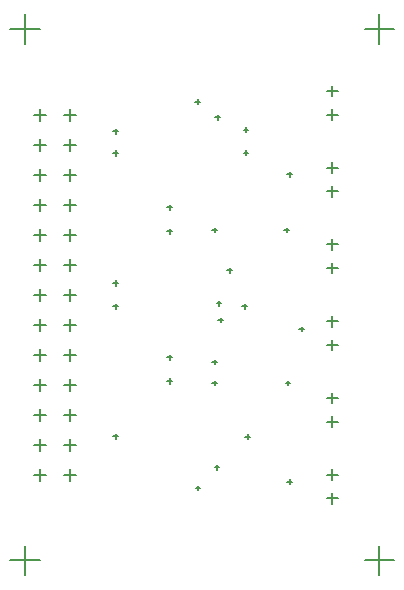
<source format=gbr>
G04*
G04 #@! TF.GenerationSoftware,Altium Limited,Altium Designer,22.4.2 (48)*
G04*
G04 Layer_Color=128*
%FSLAX44Y44*%
%MOMM*%
G71*
G04*
G04 #@! TF.SameCoordinates,3F8D2DE9-6248-4815-85C5-7CB1FE07798D*
G04*
G04*
G04 #@! TF.FilePolarity,Positive*
G04*
G01*
G75*
%ADD12C,0.1270*%
D12*
X280500Y422500D02*
X289500D01*
X285000Y418000D02*
Y427000D01*
X280500Y402500D02*
X289500D01*
X285000Y398000D02*
Y407000D01*
X57620Y123000D02*
X67780D01*
X62700Y117920D02*
Y128080D01*
X32220Y123000D02*
X42380D01*
X37300Y117920D02*
Y128080D01*
X32220Y97600D02*
X42380D01*
X37300Y92520D02*
Y102680D01*
X57620Y97600D02*
X67780D01*
X62700Y92520D02*
Y102680D01*
X57620Y148400D02*
X67780D01*
X62700Y143320D02*
Y153480D01*
X32220Y148400D02*
X42380D01*
X37300Y143320D02*
Y153480D01*
X57620Y326200D02*
X67780D01*
X62700Y321120D02*
Y331280D01*
X57620Y275400D02*
X67780D01*
X62700Y270320D02*
Y280480D01*
X57620Y250000D02*
X67780D01*
X62700Y244920D02*
Y255080D01*
X57620Y300800D02*
X67780D01*
X62700Y295720D02*
Y305880D01*
X32220Y300800D02*
X42380D01*
X37300Y295720D02*
Y305880D01*
X32220Y351600D02*
X42380D01*
X37300Y346520D02*
Y356680D01*
X32220Y250000D02*
X42380D01*
X37300Y244920D02*
Y255080D01*
X32220Y275400D02*
X42380D01*
X37300Y270320D02*
Y280480D01*
X32220Y402400D02*
X42380D01*
X37300Y397320D02*
Y407480D01*
X32220Y377000D02*
X42380D01*
X37300Y371920D02*
Y382080D01*
X32220Y326200D02*
X42380D01*
X37300Y321120D02*
Y331280D01*
X57620Y351600D02*
X67780D01*
X62700Y346520D02*
Y356680D01*
X32220Y224600D02*
X42380D01*
X37300Y219520D02*
Y229680D01*
X57620Y224600D02*
X67780D01*
X62700Y219520D02*
Y229680D01*
X57620Y173800D02*
X67780D01*
X62700Y168720D02*
Y178880D01*
X32220Y173800D02*
X42380D01*
X37300Y168720D02*
Y178880D01*
X32220Y199200D02*
X42380D01*
X37300Y194120D02*
Y204280D01*
X57620Y199200D02*
X67780D01*
X62700Y194120D02*
Y204280D01*
X57620Y402400D02*
X67780D01*
X62700Y397320D02*
Y407480D01*
X57620Y377000D02*
X67780D01*
X62700Y371920D02*
Y382080D01*
X280500Y227500D02*
X289500D01*
X285000Y223000D02*
Y232000D01*
X280500Y207500D02*
X289500D01*
X285000Y203000D02*
Y212000D01*
X280500Y357500D02*
X289500D01*
X285000Y353000D02*
Y362000D01*
X280500Y337500D02*
X289500D01*
X285000Y333000D02*
Y342000D01*
X280500Y272500D02*
X289500D01*
X285000Y268000D02*
Y277000D01*
X280500Y292500D02*
X289500D01*
X285000Y288000D02*
Y297000D01*
X280500Y97500D02*
X289500D01*
X285000Y93000D02*
Y102000D01*
X280500Y77500D02*
X289500D01*
X285000Y73000D02*
Y82000D01*
X280500Y142500D02*
X289500D01*
X285000Y138000D02*
Y147000D01*
X280500Y162500D02*
X289500D01*
X285000Y158000D02*
Y167000D01*
X12500Y475000D02*
X37500D01*
X25000Y462500D02*
Y487500D01*
X312500Y475000D02*
X337500D01*
X325000Y462500D02*
Y487500D01*
X312500Y25000D02*
X337500D01*
X325000Y12500D02*
Y37500D01*
X12500Y25000D02*
X37500D01*
X25000Y12500D02*
Y37500D01*
X247015Y91790D02*
X250825D01*
X248920Y89885D02*
Y93695D01*
X169545Y86360D02*
X173355D01*
X171450Y84455D02*
Y88265D01*
X185595Y103750D02*
X189405D01*
X187500Y101845D02*
Y105655D01*
X188595Y228600D02*
X192405D01*
X190500Y226695D02*
Y230505D01*
X187325Y242570D02*
X191135D01*
X189230Y240665D02*
Y244475D01*
X208915Y240030D02*
X212725D01*
X210820Y238125D02*
Y241935D01*
X196195Y270510D02*
X200005D01*
X198100Y268605D02*
Y272415D01*
X210185Y370250D02*
X213995D01*
X212090Y368345D02*
Y372155D01*
X210185Y389750D02*
X213995D01*
X212090Y387845D02*
Y391655D01*
X186055Y400050D02*
X189865D01*
X187960Y398145D02*
Y401955D01*
X211455Y129750D02*
X215265D01*
X213360Y127845D02*
Y131655D01*
X99304Y240140D02*
X103876D01*
X101590Y237854D02*
Y242426D01*
X245745Y175260D02*
X249555D01*
X247650Y173355D02*
Y177165D01*
X183495Y175260D02*
X187305D01*
X185400Y173355D02*
Y177165D01*
X244475Y304800D02*
X248285D01*
X246380Y302895D02*
Y306705D01*
X183495Y193060D02*
X187305D01*
X185400Y191155D02*
Y194965D01*
X183515Y304680D02*
X187325D01*
X185420Y302775D02*
Y306585D01*
X257175Y220980D02*
X260985D01*
X259080Y219075D02*
Y222885D01*
X247015Y351790D02*
X250825D01*
X248920Y349885D02*
Y353695D01*
X99324Y388366D02*
X103896D01*
X101610Y386080D02*
Y390652D01*
X99304Y370000D02*
X103876D01*
X101590Y367714D02*
Y372286D01*
X169095Y413500D02*
X172905D01*
X171000Y411595D02*
Y415405D01*
X99324Y130000D02*
X103896D01*
X101610Y127714D02*
Y132286D01*
X145014Y176850D02*
X149586D01*
X147300Y174564D02*
Y179136D01*
X145034Y196850D02*
X149606D01*
X147320Y194564D02*
Y199136D01*
X99324Y260000D02*
X103896D01*
X101610Y257714D02*
Y262286D01*
X145004Y303490D02*
X149576D01*
X147290Y301204D02*
Y305776D01*
X145024Y323840D02*
X149596D01*
X147310Y321554D02*
Y326126D01*
M02*

</source>
